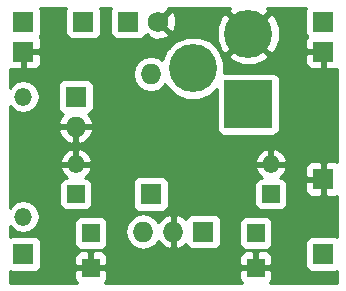
<source format=gbl>
G04 (created by PCBNEW (22-Jun-2014 BZR 4027)-stable) date Sun 09 Jul 2017 03:17:53 PM CDT*
%MOIN*%
G04 Gerber Fmt 3.4, Leading zero omitted, Abs format*
%FSLAX34Y34*%
G01*
G70*
G90*
G04 APERTURE LIST*
%ADD10C,0.00590551*%
%ADD11R,0.069X0.069*%
%ADD12O,0.069X0.069*%
%ADD13C,0.069*%
%ADD14O,0.059X0.059*%
%ADD15R,0.059X0.064*%
%ADD16R,0.16X0.16*%
%ADD17C,0.16*%
%ADD18R,0.059X0.059*%
%ADD19C,0.01*%
G04 APERTURE END LIST*
G54D10*
G54D11*
X102500Y-48500D03*
G54D12*
X101500Y-48500D03*
X100500Y-48500D03*
G54D11*
X100000Y-41500D03*
G54D13*
X101000Y-41500D03*
G54D11*
X98500Y-41500D03*
X106500Y-46750D03*
X96500Y-41500D03*
X96500Y-42500D03*
X96500Y-49250D03*
X106500Y-49250D03*
G54D14*
X96500Y-48000D03*
X96500Y-44000D03*
G54D11*
X98250Y-44000D03*
G54D12*
X98250Y-45000D03*
G54D11*
X100750Y-47250D03*
G54D12*
X100750Y-43250D03*
G54D15*
X104250Y-48550D03*
X104250Y-49700D03*
X98750Y-48550D03*
X98750Y-49700D03*
G54D16*
X104000Y-44250D03*
G54D17*
X104000Y-41900D03*
X102150Y-43050D03*
G54D11*
X106500Y-41500D03*
X106500Y-42500D03*
G54D18*
X104750Y-47250D03*
G54D14*
X104750Y-46250D03*
G54D18*
X98250Y-47250D03*
G54D14*
X98250Y-46250D03*
G54D10*
G36*
X106950Y-50200D02*
X105295Y-50200D01*
X105295Y-47495D01*
X105295Y-46905D01*
X105257Y-46813D01*
X105186Y-46743D01*
X105094Y-46705D01*
X105043Y-46704D01*
X105186Y-46576D01*
X105278Y-46384D01*
X105278Y-46115D01*
X105186Y-45923D01*
X105051Y-45802D01*
X105051Y-42101D01*
X105048Y-41683D01*
X104894Y-41311D01*
X104747Y-41223D01*
X104070Y-41900D01*
X104747Y-42576D01*
X104894Y-42488D01*
X105051Y-42101D01*
X105051Y-45802D01*
X105050Y-45800D01*
X105050Y-45000D01*
X105050Y-43400D01*
X105012Y-43308D01*
X104941Y-43238D01*
X104849Y-43200D01*
X104750Y-43199D01*
X104676Y-43199D01*
X104676Y-42647D01*
X104000Y-41970D01*
X103929Y-42041D01*
X103929Y-41900D01*
X103252Y-41223D01*
X103105Y-41311D01*
X102948Y-41698D01*
X102951Y-42116D01*
X103105Y-42488D01*
X103252Y-42576D01*
X103929Y-41900D01*
X103929Y-42041D01*
X103323Y-42647D01*
X103411Y-42794D01*
X103798Y-42951D01*
X104216Y-42948D01*
X104588Y-42794D01*
X104676Y-42647D01*
X104676Y-43199D01*
X103199Y-43199D01*
X103200Y-42842D01*
X103040Y-42456D01*
X102745Y-42160D01*
X102359Y-42000D01*
X101942Y-41999D01*
X101599Y-42141D01*
X101599Y-41592D01*
X101589Y-41356D01*
X101518Y-41185D01*
X101418Y-41152D01*
X101070Y-41500D01*
X101418Y-41847D01*
X101518Y-41814D01*
X101599Y-41592D01*
X101599Y-42141D01*
X101556Y-42159D01*
X101347Y-42367D01*
X101260Y-42454D01*
X101122Y-42785D01*
X100977Y-42688D01*
X100750Y-42643D01*
X100522Y-42688D01*
X100329Y-42817D01*
X100200Y-43010D01*
X100155Y-43238D01*
X100155Y-43261D01*
X100200Y-43489D01*
X100329Y-43682D01*
X100522Y-43811D01*
X100750Y-43856D01*
X100977Y-43811D01*
X101170Y-43682D01*
X101235Y-43585D01*
X101259Y-43644D01*
X101554Y-43939D01*
X101940Y-44099D01*
X102357Y-44100D01*
X102744Y-43940D01*
X102949Y-43735D01*
X102949Y-45099D01*
X102987Y-45191D01*
X103058Y-45261D01*
X103150Y-45299D01*
X103249Y-45300D01*
X104849Y-45300D01*
X104941Y-45262D01*
X105011Y-45191D01*
X105049Y-45099D01*
X105050Y-45000D01*
X105050Y-45800D01*
X105028Y-45781D01*
X104884Y-45721D01*
X104800Y-45770D01*
X104800Y-46200D01*
X105230Y-46200D01*
X105278Y-46115D01*
X105278Y-46384D01*
X105230Y-46300D01*
X104800Y-46300D01*
X104800Y-46307D01*
X104700Y-46307D01*
X104700Y-46300D01*
X104700Y-46200D01*
X104700Y-45770D01*
X104615Y-45721D01*
X104471Y-45781D01*
X104313Y-45923D01*
X104221Y-46115D01*
X104269Y-46200D01*
X104700Y-46200D01*
X104700Y-46300D01*
X104269Y-46300D01*
X104221Y-46384D01*
X104313Y-46576D01*
X104456Y-46704D01*
X104405Y-46704D01*
X104313Y-46742D01*
X104243Y-46813D01*
X104205Y-46905D01*
X104204Y-47004D01*
X104204Y-47594D01*
X104242Y-47686D01*
X104313Y-47756D01*
X104405Y-47794D01*
X104504Y-47795D01*
X105094Y-47795D01*
X105186Y-47757D01*
X105256Y-47686D01*
X105294Y-47594D01*
X105295Y-47495D01*
X105295Y-50200D01*
X104718Y-50200D01*
X104757Y-50161D01*
X104795Y-50069D01*
X104795Y-49330D01*
X104795Y-48820D01*
X104795Y-48180D01*
X104757Y-48088D01*
X104686Y-48018D01*
X104594Y-47980D01*
X104495Y-47979D01*
X103905Y-47979D01*
X103813Y-48017D01*
X103743Y-48088D01*
X103705Y-48180D01*
X103704Y-48279D01*
X103704Y-48919D01*
X103742Y-49011D01*
X103813Y-49081D01*
X103905Y-49119D01*
X104004Y-49120D01*
X104594Y-49120D01*
X104686Y-49082D01*
X104756Y-49011D01*
X104794Y-48919D01*
X104795Y-48820D01*
X104795Y-49330D01*
X104757Y-49238D01*
X104686Y-49168D01*
X104594Y-49130D01*
X104495Y-49129D01*
X104362Y-49130D01*
X104300Y-49192D01*
X104300Y-49650D01*
X104732Y-49650D01*
X104795Y-49587D01*
X104795Y-49330D01*
X104795Y-50069D01*
X104795Y-49812D01*
X104732Y-49750D01*
X104300Y-49750D01*
X104300Y-49757D01*
X104200Y-49757D01*
X104200Y-49750D01*
X104200Y-49650D01*
X104200Y-49192D01*
X104137Y-49130D01*
X104004Y-49129D01*
X103905Y-49130D01*
X103813Y-49168D01*
X103742Y-49238D01*
X103704Y-49330D01*
X103705Y-49587D01*
X103767Y-49650D01*
X104200Y-49650D01*
X104200Y-49750D01*
X103767Y-49750D01*
X103705Y-49812D01*
X103704Y-50069D01*
X103742Y-50161D01*
X103781Y-50200D01*
X103095Y-50200D01*
X103095Y-48795D01*
X103095Y-48105D01*
X103057Y-48013D01*
X102986Y-47943D01*
X102894Y-47905D01*
X102795Y-47904D01*
X102105Y-47904D01*
X102013Y-47942D01*
X101943Y-48013D01*
X101912Y-48086D01*
X101808Y-47990D01*
X101642Y-47922D01*
X101550Y-47969D01*
X101550Y-48450D01*
X101557Y-48450D01*
X101557Y-48550D01*
X101550Y-48550D01*
X101550Y-49030D01*
X101642Y-49077D01*
X101808Y-49009D01*
X101912Y-48913D01*
X101942Y-48986D01*
X102013Y-49056D01*
X102105Y-49094D01*
X102204Y-49095D01*
X102894Y-49095D01*
X102986Y-49057D01*
X103056Y-48986D01*
X103094Y-48894D01*
X103095Y-48795D01*
X103095Y-50200D01*
X101450Y-50200D01*
X101450Y-49030D01*
X101450Y-48550D01*
X101442Y-48550D01*
X101442Y-48450D01*
X101450Y-48450D01*
X101450Y-47969D01*
X101357Y-47922D01*
X101345Y-47927D01*
X101345Y-47545D01*
X101345Y-46855D01*
X101307Y-46763D01*
X101236Y-46693D01*
X101144Y-46655D01*
X101045Y-46654D01*
X100355Y-46654D01*
X100263Y-46692D01*
X100193Y-46763D01*
X100155Y-46855D01*
X100154Y-46954D01*
X100154Y-47644D01*
X100192Y-47736D01*
X100263Y-47806D01*
X100355Y-47844D01*
X100454Y-47845D01*
X101144Y-47845D01*
X101236Y-47807D01*
X101306Y-47736D01*
X101344Y-47644D01*
X101345Y-47545D01*
X101345Y-47927D01*
X101191Y-47990D01*
X101020Y-48147D01*
X101001Y-48188D01*
X100920Y-48067D01*
X100727Y-47938D01*
X100500Y-47893D01*
X100272Y-47938D01*
X100079Y-48067D01*
X99950Y-48260D01*
X99905Y-48488D01*
X99905Y-48511D01*
X99950Y-48739D01*
X100079Y-48932D01*
X100272Y-49061D01*
X100500Y-49106D01*
X100727Y-49061D01*
X100920Y-48932D01*
X101001Y-48811D01*
X101020Y-48852D01*
X101191Y-49009D01*
X101357Y-49077D01*
X101450Y-49030D01*
X101450Y-50200D01*
X99218Y-50200D01*
X99257Y-50161D01*
X99295Y-50069D01*
X99295Y-49330D01*
X99295Y-48820D01*
X99295Y-48180D01*
X99257Y-48088D01*
X99186Y-48018D01*
X99094Y-47980D01*
X98995Y-47979D01*
X98845Y-47979D01*
X98845Y-44295D01*
X98845Y-43605D01*
X98807Y-43513D01*
X98736Y-43443D01*
X98644Y-43405D01*
X98545Y-43404D01*
X97855Y-43404D01*
X97763Y-43442D01*
X97693Y-43513D01*
X97655Y-43605D01*
X97654Y-43704D01*
X97654Y-44394D01*
X97692Y-44486D01*
X97763Y-44556D01*
X97836Y-44587D01*
X97770Y-44647D01*
X97672Y-44857D01*
X97719Y-44950D01*
X98200Y-44950D01*
X98200Y-44942D01*
X98300Y-44942D01*
X98300Y-44950D01*
X98780Y-44950D01*
X98827Y-44857D01*
X98729Y-44647D01*
X98663Y-44587D01*
X98736Y-44557D01*
X98806Y-44486D01*
X98844Y-44394D01*
X98845Y-44295D01*
X98845Y-47979D01*
X98827Y-47979D01*
X98827Y-45142D01*
X98780Y-45050D01*
X98300Y-45050D01*
X98300Y-45530D01*
X98392Y-45577D01*
X98558Y-45509D01*
X98729Y-45352D01*
X98827Y-45142D01*
X98827Y-47979D01*
X98795Y-47979D01*
X98795Y-47495D01*
X98795Y-46905D01*
X98757Y-46813D01*
X98686Y-46743D01*
X98594Y-46705D01*
X98543Y-46704D01*
X98686Y-46576D01*
X98778Y-46384D01*
X98778Y-46115D01*
X98686Y-45923D01*
X98528Y-45781D01*
X98384Y-45721D01*
X98300Y-45770D01*
X98300Y-46200D01*
X98730Y-46200D01*
X98778Y-46115D01*
X98778Y-46384D01*
X98730Y-46300D01*
X98300Y-46300D01*
X98300Y-46307D01*
X98200Y-46307D01*
X98200Y-46300D01*
X98200Y-46200D01*
X98200Y-45770D01*
X98200Y-45530D01*
X98200Y-45050D01*
X97719Y-45050D01*
X97672Y-45142D01*
X97770Y-45352D01*
X97941Y-45509D01*
X98107Y-45577D01*
X98200Y-45530D01*
X98200Y-45770D01*
X98115Y-45721D01*
X97971Y-45781D01*
X97813Y-45923D01*
X97721Y-46115D01*
X97769Y-46200D01*
X98200Y-46200D01*
X98200Y-46300D01*
X97769Y-46300D01*
X97721Y-46384D01*
X97813Y-46576D01*
X97956Y-46704D01*
X97905Y-46704D01*
X97813Y-46742D01*
X97743Y-46813D01*
X97705Y-46905D01*
X97704Y-47004D01*
X97704Y-47594D01*
X97742Y-47686D01*
X97813Y-47756D01*
X97905Y-47794D01*
X98004Y-47795D01*
X98594Y-47795D01*
X98686Y-47757D01*
X98756Y-47686D01*
X98794Y-47594D01*
X98795Y-47495D01*
X98795Y-47979D01*
X98405Y-47979D01*
X98313Y-48017D01*
X98243Y-48088D01*
X98205Y-48180D01*
X98204Y-48279D01*
X98204Y-48919D01*
X98242Y-49011D01*
X98313Y-49081D01*
X98405Y-49119D01*
X98504Y-49120D01*
X99094Y-49120D01*
X99186Y-49082D01*
X99256Y-49011D01*
X99294Y-48919D01*
X99295Y-48820D01*
X99295Y-49330D01*
X99257Y-49238D01*
X99186Y-49168D01*
X99094Y-49130D01*
X98995Y-49129D01*
X98862Y-49130D01*
X98800Y-49192D01*
X98800Y-49650D01*
X99232Y-49650D01*
X99295Y-49587D01*
X99295Y-49330D01*
X99295Y-50069D01*
X99295Y-49812D01*
X99232Y-49750D01*
X98800Y-49750D01*
X98800Y-49757D01*
X98700Y-49757D01*
X98700Y-49750D01*
X98700Y-49650D01*
X98700Y-49192D01*
X98637Y-49130D01*
X98504Y-49129D01*
X98405Y-49130D01*
X98313Y-49168D01*
X98242Y-49238D01*
X98204Y-49330D01*
X98205Y-49587D01*
X98267Y-49650D01*
X98700Y-49650D01*
X98700Y-49750D01*
X98267Y-49750D01*
X98205Y-49812D01*
X98204Y-50069D01*
X98242Y-50161D01*
X98281Y-50200D01*
X96050Y-50200D01*
X96050Y-49822D01*
X96105Y-49844D01*
X96204Y-49845D01*
X96894Y-49845D01*
X96986Y-49807D01*
X97056Y-49736D01*
X97094Y-49644D01*
X97095Y-49545D01*
X97095Y-48855D01*
X97095Y-42795D01*
X97095Y-42612D01*
X97032Y-42550D01*
X96550Y-42550D01*
X96550Y-43032D01*
X96612Y-43095D01*
X96894Y-43095D01*
X96986Y-43057D01*
X97056Y-42986D01*
X97094Y-42894D01*
X97095Y-42795D01*
X97095Y-48855D01*
X97057Y-48763D01*
X96986Y-48693D01*
X96894Y-48655D01*
X96795Y-48654D01*
X96105Y-48654D01*
X96050Y-48677D01*
X96050Y-48299D01*
X96114Y-48396D01*
X96291Y-48514D01*
X96500Y-48555D01*
X96708Y-48514D01*
X96885Y-48396D01*
X97003Y-48219D01*
X97045Y-48010D01*
X97045Y-47989D01*
X97003Y-47780D01*
X96885Y-47603D01*
X96708Y-47485D01*
X96500Y-47444D01*
X96291Y-47485D01*
X96114Y-47603D01*
X96050Y-47700D01*
X96050Y-44299D01*
X96114Y-44396D01*
X96291Y-44514D01*
X96500Y-44555D01*
X96708Y-44514D01*
X96885Y-44396D01*
X97003Y-44219D01*
X97045Y-44010D01*
X97045Y-43989D01*
X97003Y-43780D01*
X96885Y-43603D01*
X96708Y-43485D01*
X96500Y-43444D01*
X96291Y-43485D01*
X96114Y-43603D01*
X96050Y-43700D01*
X96050Y-43072D01*
X96105Y-43095D01*
X96387Y-43095D01*
X96450Y-43032D01*
X96450Y-42550D01*
X96442Y-42550D01*
X96442Y-42450D01*
X96450Y-42450D01*
X96450Y-42442D01*
X96550Y-42442D01*
X96550Y-42450D01*
X97032Y-42450D01*
X97095Y-42387D01*
X97095Y-42204D01*
X97094Y-42105D01*
X97056Y-42013D01*
X97043Y-42000D01*
X97056Y-41986D01*
X97094Y-41894D01*
X97095Y-41795D01*
X97095Y-41105D01*
X97072Y-41050D01*
X97927Y-41050D01*
X97905Y-41105D01*
X97904Y-41204D01*
X97904Y-41894D01*
X97942Y-41986D01*
X98013Y-42056D01*
X98105Y-42094D01*
X98204Y-42095D01*
X98894Y-42095D01*
X98986Y-42057D01*
X99056Y-41986D01*
X99094Y-41894D01*
X99095Y-41795D01*
X99095Y-41105D01*
X99072Y-41050D01*
X99427Y-41050D01*
X99405Y-41105D01*
X99404Y-41204D01*
X99404Y-41894D01*
X99442Y-41986D01*
X99513Y-42056D01*
X99605Y-42094D01*
X99704Y-42095D01*
X100394Y-42095D01*
X100486Y-42057D01*
X100556Y-41986D01*
X100578Y-41934D01*
X100607Y-41963D01*
X100652Y-41918D01*
X100685Y-42018D01*
X100907Y-42099D01*
X101143Y-42089D01*
X101314Y-42018D01*
X101347Y-41918D01*
X101000Y-41570D01*
X100994Y-41576D01*
X100923Y-41505D01*
X100929Y-41500D01*
X100923Y-41494D01*
X100994Y-41423D01*
X101000Y-41429D01*
X101347Y-41081D01*
X101337Y-41050D01*
X103385Y-41050D01*
X103323Y-41152D01*
X104000Y-41829D01*
X104676Y-41152D01*
X104614Y-41050D01*
X105927Y-41050D01*
X105905Y-41105D01*
X105904Y-41204D01*
X105904Y-41894D01*
X105942Y-41986D01*
X105956Y-41999D01*
X105943Y-42013D01*
X105905Y-42105D01*
X105904Y-42204D01*
X105905Y-42387D01*
X105967Y-42450D01*
X106450Y-42450D01*
X106450Y-42442D01*
X106550Y-42442D01*
X106550Y-42450D01*
X106557Y-42450D01*
X106557Y-42550D01*
X106550Y-42550D01*
X106550Y-43032D01*
X106612Y-43095D01*
X106894Y-43095D01*
X106950Y-43072D01*
X106950Y-46177D01*
X106894Y-46154D01*
X106612Y-46155D01*
X106550Y-46217D01*
X106550Y-46700D01*
X106557Y-46700D01*
X106557Y-46800D01*
X106550Y-46800D01*
X106550Y-47282D01*
X106612Y-47345D01*
X106894Y-47345D01*
X106950Y-47322D01*
X106950Y-48677D01*
X106894Y-48655D01*
X106795Y-48654D01*
X106450Y-48654D01*
X106450Y-47282D01*
X106450Y-46800D01*
X106450Y-46700D01*
X106450Y-46217D01*
X106450Y-43032D01*
X106450Y-42550D01*
X105967Y-42550D01*
X105905Y-42612D01*
X105904Y-42795D01*
X105905Y-42894D01*
X105943Y-42986D01*
X106013Y-43057D01*
X106105Y-43095D01*
X106387Y-43095D01*
X106450Y-43032D01*
X106450Y-46217D01*
X106387Y-46155D01*
X106105Y-46154D01*
X106013Y-46192D01*
X105943Y-46263D01*
X105905Y-46355D01*
X105904Y-46454D01*
X105905Y-46637D01*
X105967Y-46700D01*
X106450Y-46700D01*
X106450Y-46800D01*
X105967Y-46800D01*
X105905Y-46862D01*
X105904Y-47045D01*
X105905Y-47144D01*
X105943Y-47236D01*
X106013Y-47307D01*
X106105Y-47345D01*
X106387Y-47345D01*
X106450Y-47282D01*
X106450Y-48654D01*
X106105Y-48654D01*
X106013Y-48692D01*
X105943Y-48763D01*
X105905Y-48855D01*
X105904Y-48954D01*
X105904Y-49644D01*
X105942Y-49736D01*
X106013Y-49806D01*
X106105Y-49844D01*
X106204Y-49845D01*
X106894Y-49845D01*
X106950Y-49822D01*
X106950Y-50200D01*
X106950Y-50200D01*
G37*
G54D19*
X106950Y-50200D02*
X105295Y-50200D01*
X105295Y-47495D01*
X105295Y-46905D01*
X105257Y-46813D01*
X105186Y-46743D01*
X105094Y-46705D01*
X105043Y-46704D01*
X105186Y-46576D01*
X105278Y-46384D01*
X105278Y-46115D01*
X105186Y-45923D01*
X105051Y-45802D01*
X105051Y-42101D01*
X105048Y-41683D01*
X104894Y-41311D01*
X104747Y-41223D01*
X104070Y-41900D01*
X104747Y-42576D01*
X104894Y-42488D01*
X105051Y-42101D01*
X105051Y-45802D01*
X105050Y-45800D01*
X105050Y-45000D01*
X105050Y-43400D01*
X105012Y-43308D01*
X104941Y-43238D01*
X104849Y-43200D01*
X104750Y-43199D01*
X104676Y-43199D01*
X104676Y-42647D01*
X104000Y-41970D01*
X103929Y-42041D01*
X103929Y-41900D01*
X103252Y-41223D01*
X103105Y-41311D01*
X102948Y-41698D01*
X102951Y-42116D01*
X103105Y-42488D01*
X103252Y-42576D01*
X103929Y-41900D01*
X103929Y-42041D01*
X103323Y-42647D01*
X103411Y-42794D01*
X103798Y-42951D01*
X104216Y-42948D01*
X104588Y-42794D01*
X104676Y-42647D01*
X104676Y-43199D01*
X103199Y-43199D01*
X103200Y-42842D01*
X103040Y-42456D01*
X102745Y-42160D01*
X102359Y-42000D01*
X101942Y-41999D01*
X101599Y-42141D01*
X101599Y-41592D01*
X101589Y-41356D01*
X101518Y-41185D01*
X101418Y-41152D01*
X101070Y-41500D01*
X101418Y-41847D01*
X101518Y-41814D01*
X101599Y-41592D01*
X101599Y-42141D01*
X101556Y-42159D01*
X101347Y-42367D01*
X101260Y-42454D01*
X101122Y-42785D01*
X100977Y-42688D01*
X100750Y-42643D01*
X100522Y-42688D01*
X100329Y-42817D01*
X100200Y-43010D01*
X100155Y-43238D01*
X100155Y-43261D01*
X100200Y-43489D01*
X100329Y-43682D01*
X100522Y-43811D01*
X100750Y-43856D01*
X100977Y-43811D01*
X101170Y-43682D01*
X101235Y-43585D01*
X101259Y-43644D01*
X101554Y-43939D01*
X101940Y-44099D01*
X102357Y-44100D01*
X102744Y-43940D01*
X102949Y-43735D01*
X102949Y-45099D01*
X102987Y-45191D01*
X103058Y-45261D01*
X103150Y-45299D01*
X103249Y-45300D01*
X104849Y-45300D01*
X104941Y-45262D01*
X105011Y-45191D01*
X105049Y-45099D01*
X105050Y-45000D01*
X105050Y-45800D01*
X105028Y-45781D01*
X104884Y-45721D01*
X104800Y-45770D01*
X104800Y-46200D01*
X105230Y-46200D01*
X105278Y-46115D01*
X105278Y-46384D01*
X105230Y-46300D01*
X104800Y-46300D01*
X104800Y-46307D01*
X104700Y-46307D01*
X104700Y-46300D01*
X104700Y-46200D01*
X104700Y-45770D01*
X104615Y-45721D01*
X104471Y-45781D01*
X104313Y-45923D01*
X104221Y-46115D01*
X104269Y-46200D01*
X104700Y-46200D01*
X104700Y-46300D01*
X104269Y-46300D01*
X104221Y-46384D01*
X104313Y-46576D01*
X104456Y-46704D01*
X104405Y-46704D01*
X104313Y-46742D01*
X104243Y-46813D01*
X104205Y-46905D01*
X104204Y-47004D01*
X104204Y-47594D01*
X104242Y-47686D01*
X104313Y-47756D01*
X104405Y-47794D01*
X104504Y-47795D01*
X105094Y-47795D01*
X105186Y-47757D01*
X105256Y-47686D01*
X105294Y-47594D01*
X105295Y-47495D01*
X105295Y-50200D01*
X104718Y-50200D01*
X104757Y-50161D01*
X104795Y-50069D01*
X104795Y-49330D01*
X104795Y-48820D01*
X104795Y-48180D01*
X104757Y-48088D01*
X104686Y-48018D01*
X104594Y-47980D01*
X104495Y-47979D01*
X103905Y-47979D01*
X103813Y-48017D01*
X103743Y-48088D01*
X103705Y-48180D01*
X103704Y-48279D01*
X103704Y-48919D01*
X103742Y-49011D01*
X103813Y-49081D01*
X103905Y-49119D01*
X104004Y-49120D01*
X104594Y-49120D01*
X104686Y-49082D01*
X104756Y-49011D01*
X104794Y-48919D01*
X104795Y-48820D01*
X104795Y-49330D01*
X104757Y-49238D01*
X104686Y-49168D01*
X104594Y-49130D01*
X104495Y-49129D01*
X104362Y-49130D01*
X104300Y-49192D01*
X104300Y-49650D01*
X104732Y-49650D01*
X104795Y-49587D01*
X104795Y-49330D01*
X104795Y-50069D01*
X104795Y-49812D01*
X104732Y-49750D01*
X104300Y-49750D01*
X104300Y-49757D01*
X104200Y-49757D01*
X104200Y-49750D01*
X104200Y-49650D01*
X104200Y-49192D01*
X104137Y-49130D01*
X104004Y-49129D01*
X103905Y-49130D01*
X103813Y-49168D01*
X103742Y-49238D01*
X103704Y-49330D01*
X103705Y-49587D01*
X103767Y-49650D01*
X104200Y-49650D01*
X104200Y-49750D01*
X103767Y-49750D01*
X103705Y-49812D01*
X103704Y-50069D01*
X103742Y-50161D01*
X103781Y-50200D01*
X103095Y-50200D01*
X103095Y-48795D01*
X103095Y-48105D01*
X103057Y-48013D01*
X102986Y-47943D01*
X102894Y-47905D01*
X102795Y-47904D01*
X102105Y-47904D01*
X102013Y-47942D01*
X101943Y-48013D01*
X101912Y-48086D01*
X101808Y-47990D01*
X101642Y-47922D01*
X101550Y-47969D01*
X101550Y-48450D01*
X101557Y-48450D01*
X101557Y-48550D01*
X101550Y-48550D01*
X101550Y-49030D01*
X101642Y-49077D01*
X101808Y-49009D01*
X101912Y-48913D01*
X101942Y-48986D01*
X102013Y-49056D01*
X102105Y-49094D01*
X102204Y-49095D01*
X102894Y-49095D01*
X102986Y-49057D01*
X103056Y-48986D01*
X103094Y-48894D01*
X103095Y-48795D01*
X103095Y-50200D01*
X101450Y-50200D01*
X101450Y-49030D01*
X101450Y-48550D01*
X101442Y-48550D01*
X101442Y-48450D01*
X101450Y-48450D01*
X101450Y-47969D01*
X101357Y-47922D01*
X101345Y-47927D01*
X101345Y-47545D01*
X101345Y-46855D01*
X101307Y-46763D01*
X101236Y-46693D01*
X101144Y-46655D01*
X101045Y-46654D01*
X100355Y-46654D01*
X100263Y-46692D01*
X100193Y-46763D01*
X100155Y-46855D01*
X100154Y-46954D01*
X100154Y-47644D01*
X100192Y-47736D01*
X100263Y-47806D01*
X100355Y-47844D01*
X100454Y-47845D01*
X101144Y-47845D01*
X101236Y-47807D01*
X101306Y-47736D01*
X101344Y-47644D01*
X101345Y-47545D01*
X101345Y-47927D01*
X101191Y-47990D01*
X101020Y-48147D01*
X101001Y-48188D01*
X100920Y-48067D01*
X100727Y-47938D01*
X100500Y-47893D01*
X100272Y-47938D01*
X100079Y-48067D01*
X99950Y-48260D01*
X99905Y-48488D01*
X99905Y-48511D01*
X99950Y-48739D01*
X100079Y-48932D01*
X100272Y-49061D01*
X100500Y-49106D01*
X100727Y-49061D01*
X100920Y-48932D01*
X101001Y-48811D01*
X101020Y-48852D01*
X101191Y-49009D01*
X101357Y-49077D01*
X101450Y-49030D01*
X101450Y-50200D01*
X99218Y-50200D01*
X99257Y-50161D01*
X99295Y-50069D01*
X99295Y-49330D01*
X99295Y-48820D01*
X99295Y-48180D01*
X99257Y-48088D01*
X99186Y-48018D01*
X99094Y-47980D01*
X98995Y-47979D01*
X98845Y-47979D01*
X98845Y-44295D01*
X98845Y-43605D01*
X98807Y-43513D01*
X98736Y-43443D01*
X98644Y-43405D01*
X98545Y-43404D01*
X97855Y-43404D01*
X97763Y-43442D01*
X97693Y-43513D01*
X97655Y-43605D01*
X97654Y-43704D01*
X97654Y-44394D01*
X97692Y-44486D01*
X97763Y-44556D01*
X97836Y-44587D01*
X97770Y-44647D01*
X97672Y-44857D01*
X97719Y-44950D01*
X98200Y-44950D01*
X98200Y-44942D01*
X98300Y-44942D01*
X98300Y-44950D01*
X98780Y-44950D01*
X98827Y-44857D01*
X98729Y-44647D01*
X98663Y-44587D01*
X98736Y-44557D01*
X98806Y-44486D01*
X98844Y-44394D01*
X98845Y-44295D01*
X98845Y-47979D01*
X98827Y-47979D01*
X98827Y-45142D01*
X98780Y-45050D01*
X98300Y-45050D01*
X98300Y-45530D01*
X98392Y-45577D01*
X98558Y-45509D01*
X98729Y-45352D01*
X98827Y-45142D01*
X98827Y-47979D01*
X98795Y-47979D01*
X98795Y-47495D01*
X98795Y-46905D01*
X98757Y-46813D01*
X98686Y-46743D01*
X98594Y-46705D01*
X98543Y-46704D01*
X98686Y-46576D01*
X98778Y-46384D01*
X98778Y-46115D01*
X98686Y-45923D01*
X98528Y-45781D01*
X98384Y-45721D01*
X98300Y-45770D01*
X98300Y-46200D01*
X98730Y-46200D01*
X98778Y-46115D01*
X98778Y-46384D01*
X98730Y-46300D01*
X98300Y-46300D01*
X98300Y-46307D01*
X98200Y-46307D01*
X98200Y-46300D01*
X98200Y-46200D01*
X98200Y-45770D01*
X98200Y-45530D01*
X98200Y-45050D01*
X97719Y-45050D01*
X97672Y-45142D01*
X97770Y-45352D01*
X97941Y-45509D01*
X98107Y-45577D01*
X98200Y-45530D01*
X98200Y-45770D01*
X98115Y-45721D01*
X97971Y-45781D01*
X97813Y-45923D01*
X97721Y-46115D01*
X97769Y-46200D01*
X98200Y-46200D01*
X98200Y-46300D01*
X97769Y-46300D01*
X97721Y-46384D01*
X97813Y-46576D01*
X97956Y-46704D01*
X97905Y-46704D01*
X97813Y-46742D01*
X97743Y-46813D01*
X97705Y-46905D01*
X97704Y-47004D01*
X97704Y-47594D01*
X97742Y-47686D01*
X97813Y-47756D01*
X97905Y-47794D01*
X98004Y-47795D01*
X98594Y-47795D01*
X98686Y-47757D01*
X98756Y-47686D01*
X98794Y-47594D01*
X98795Y-47495D01*
X98795Y-47979D01*
X98405Y-47979D01*
X98313Y-48017D01*
X98243Y-48088D01*
X98205Y-48180D01*
X98204Y-48279D01*
X98204Y-48919D01*
X98242Y-49011D01*
X98313Y-49081D01*
X98405Y-49119D01*
X98504Y-49120D01*
X99094Y-49120D01*
X99186Y-49082D01*
X99256Y-49011D01*
X99294Y-48919D01*
X99295Y-48820D01*
X99295Y-49330D01*
X99257Y-49238D01*
X99186Y-49168D01*
X99094Y-49130D01*
X98995Y-49129D01*
X98862Y-49130D01*
X98800Y-49192D01*
X98800Y-49650D01*
X99232Y-49650D01*
X99295Y-49587D01*
X99295Y-49330D01*
X99295Y-50069D01*
X99295Y-49812D01*
X99232Y-49750D01*
X98800Y-49750D01*
X98800Y-49757D01*
X98700Y-49757D01*
X98700Y-49750D01*
X98700Y-49650D01*
X98700Y-49192D01*
X98637Y-49130D01*
X98504Y-49129D01*
X98405Y-49130D01*
X98313Y-49168D01*
X98242Y-49238D01*
X98204Y-49330D01*
X98205Y-49587D01*
X98267Y-49650D01*
X98700Y-49650D01*
X98700Y-49750D01*
X98267Y-49750D01*
X98205Y-49812D01*
X98204Y-50069D01*
X98242Y-50161D01*
X98281Y-50200D01*
X96050Y-50200D01*
X96050Y-49822D01*
X96105Y-49844D01*
X96204Y-49845D01*
X96894Y-49845D01*
X96986Y-49807D01*
X97056Y-49736D01*
X97094Y-49644D01*
X97095Y-49545D01*
X97095Y-48855D01*
X97095Y-42795D01*
X97095Y-42612D01*
X97032Y-42550D01*
X96550Y-42550D01*
X96550Y-43032D01*
X96612Y-43095D01*
X96894Y-43095D01*
X96986Y-43057D01*
X97056Y-42986D01*
X97094Y-42894D01*
X97095Y-42795D01*
X97095Y-48855D01*
X97057Y-48763D01*
X96986Y-48693D01*
X96894Y-48655D01*
X96795Y-48654D01*
X96105Y-48654D01*
X96050Y-48677D01*
X96050Y-48299D01*
X96114Y-48396D01*
X96291Y-48514D01*
X96500Y-48555D01*
X96708Y-48514D01*
X96885Y-48396D01*
X97003Y-48219D01*
X97045Y-48010D01*
X97045Y-47989D01*
X97003Y-47780D01*
X96885Y-47603D01*
X96708Y-47485D01*
X96500Y-47444D01*
X96291Y-47485D01*
X96114Y-47603D01*
X96050Y-47700D01*
X96050Y-44299D01*
X96114Y-44396D01*
X96291Y-44514D01*
X96500Y-44555D01*
X96708Y-44514D01*
X96885Y-44396D01*
X97003Y-44219D01*
X97045Y-44010D01*
X97045Y-43989D01*
X97003Y-43780D01*
X96885Y-43603D01*
X96708Y-43485D01*
X96500Y-43444D01*
X96291Y-43485D01*
X96114Y-43603D01*
X96050Y-43700D01*
X96050Y-43072D01*
X96105Y-43095D01*
X96387Y-43095D01*
X96450Y-43032D01*
X96450Y-42550D01*
X96442Y-42550D01*
X96442Y-42450D01*
X96450Y-42450D01*
X96450Y-42442D01*
X96550Y-42442D01*
X96550Y-42450D01*
X97032Y-42450D01*
X97095Y-42387D01*
X97095Y-42204D01*
X97094Y-42105D01*
X97056Y-42013D01*
X97043Y-42000D01*
X97056Y-41986D01*
X97094Y-41894D01*
X97095Y-41795D01*
X97095Y-41105D01*
X97072Y-41050D01*
X97927Y-41050D01*
X97905Y-41105D01*
X97904Y-41204D01*
X97904Y-41894D01*
X97942Y-41986D01*
X98013Y-42056D01*
X98105Y-42094D01*
X98204Y-42095D01*
X98894Y-42095D01*
X98986Y-42057D01*
X99056Y-41986D01*
X99094Y-41894D01*
X99095Y-41795D01*
X99095Y-41105D01*
X99072Y-41050D01*
X99427Y-41050D01*
X99405Y-41105D01*
X99404Y-41204D01*
X99404Y-41894D01*
X99442Y-41986D01*
X99513Y-42056D01*
X99605Y-42094D01*
X99704Y-42095D01*
X100394Y-42095D01*
X100486Y-42057D01*
X100556Y-41986D01*
X100578Y-41934D01*
X100607Y-41963D01*
X100652Y-41918D01*
X100685Y-42018D01*
X100907Y-42099D01*
X101143Y-42089D01*
X101314Y-42018D01*
X101347Y-41918D01*
X101000Y-41570D01*
X100994Y-41576D01*
X100923Y-41505D01*
X100929Y-41500D01*
X100923Y-41494D01*
X100994Y-41423D01*
X101000Y-41429D01*
X101347Y-41081D01*
X101337Y-41050D01*
X103385Y-41050D01*
X103323Y-41152D01*
X104000Y-41829D01*
X104676Y-41152D01*
X104614Y-41050D01*
X105927Y-41050D01*
X105905Y-41105D01*
X105904Y-41204D01*
X105904Y-41894D01*
X105942Y-41986D01*
X105956Y-41999D01*
X105943Y-42013D01*
X105905Y-42105D01*
X105904Y-42204D01*
X105905Y-42387D01*
X105967Y-42450D01*
X106450Y-42450D01*
X106450Y-42442D01*
X106550Y-42442D01*
X106550Y-42450D01*
X106557Y-42450D01*
X106557Y-42550D01*
X106550Y-42550D01*
X106550Y-43032D01*
X106612Y-43095D01*
X106894Y-43095D01*
X106950Y-43072D01*
X106950Y-46177D01*
X106894Y-46154D01*
X106612Y-46155D01*
X106550Y-46217D01*
X106550Y-46700D01*
X106557Y-46700D01*
X106557Y-46800D01*
X106550Y-46800D01*
X106550Y-47282D01*
X106612Y-47345D01*
X106894Y-47345D01*
X106950Y-47322D01*
X106950Y-48677D01*
X106894Y-48655D01*
X106795Y-48654D01*
X106450Y-48654D01*
X106450Y-47282D01*
X106450Y-46800D01*
X106450Y-46700D01*
X106450Y-46217D01*
X106450Y-43032D01*
X106450Y-42550D01*
X105967Y-42550D01*
X105905Y-42612D01*
X105904Y-42795D01*
X105905Y-42894D01*
X105943Y-42986D01*
X106013Y-43057D01*
X106105Y-43095D01*
X106387Y-43095D01*
X106450Y-43032D01*
X106450Y-46217D01*
X106387Y-46155D01*
X106105Y-46154D01*
X106013Y-46192D01*
X105943Y-46263D01*
X105905Y-46355D01*
X105904Y-46454D01*
X105905Y-46637D01*
X105967Y-46700D01*
X106450Y-46700D01*
X106450Y-46800D01*
X105967Y-46800D01*
X105905Y-46862D01*
X105904Y-47045D01*
X105905Y-47144D01*
X105943Y-47236D01*
X106013Y-47307D01*
X106105Y-47345D01*
X106387Y-47345D01*
X106450Y-47282D01*
X106450Y-48654D01*
X106105Y-48654D01*
X106013Y-48692D01*
X105943Y-48763D01*
X105905Y-48855D01*
X105904Y-48954D01*
X105904Y-49644D01*
X105942Y-49736D01*
X106013Y-49806D01*
X106105Y-49844D01*
X106204Y-49845D01*
X106894Y-49845D01*
X106950Y-49822D01*
X106950Y-50200D01*
M02*

</source>
